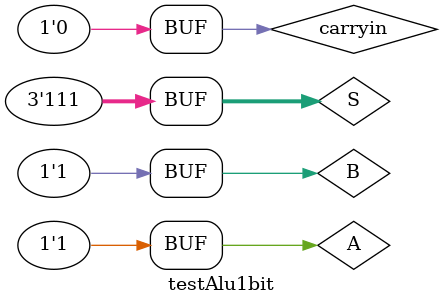
<source format=v>
`timescale 1 ns / 1 ps
`include "alu.v"

module testAlu1bit();

  reg A, B, carryin;
  reg[2:0] S;

  wire out, carryout, overflow;

  ALU_last alu (out, overflow, carryout, A, B, carryin, S);

  initial begin
    $dumpvars();
    // Addition. Counts from 0 up.
    S=0; carryin=0; A=0; B=0; #100
    if (out !== 0) $display("Addition 0 result failed.");
    if (carryout !== 0) $display("Addition 0 carryout failed");
    if (overflow !== 0) $display("Additition 0 overflow failed.");
    S=0; carryin=0; A=1; B=0; #100
    if (out !== 1) $display("Addition 1 result failed.");
    if (carryout !== 0) $display("Addition 1 carryout failed.");
    if (overflow !== 0) $display("Addition 1 overflow failed.");
    S=0; carryin=0; A=0; B=1; #100
    if (out !== 1) $display("Addition 2 result failed.");
    if (carryout !== 0) $display("Addition 2 carryout failed.");
    if (overflow !== 0) $display("Addition 2 overflow failed.");
    S=0; carryin=0; A=1; B=1; #100
    if (out !== 0) $display("Addition 3 result failed.");
    if (carryout !== 1) $display("Addition 3 carryout failed.");
    if (overflow !== 1) $display("Addition 3 overflow failed.");
    S=0; carryin=1; A=0; B=0; #100
    if (out !== 1) $display("Addition 4 result failed.");
    if (carryout !== 0) $display("Addition 4 carryout failed.");
    if (overflow !== 1) $display("Addition 4 overflow failed.");
    S=0; carryin=1; A=1; B=0; #100
    if (out !== 0) $display("Addition 5 result failed.");
    if (carryout !== 1) $display("Addition 5 carryout failed.");
    if (overflow !== 1) $display("Addition 5 overflow failed.");
    S=0; carryin=1; A=0; B=1; #100
    if (out !== 0) $display("Addition 6 result failed.");
    if (carryout !== 1) $display("Addition 6 carryout failed.");
    if (overflow !== 0) $display("Addition 6 overflow failed.");
    S=0; carryin=1; A=1; B=1; #100
    if (out !== 1) $display("Addition 7 result failed.");
    if (carryout !== 1) $display("Addition 7 carryout failed.");
    if (overflow !== 0) $display("Addition 7 overflow failed.");

    // Subtraction.
    S=1; carryin=0; A=0; B=0; #100
    if (out !== 1) $display("Subtraction 0 result failed.");
    if (carryout !== 0) $display("Subtraction 0 carryout failed");
    if (overflow !== 0) $display("Subtracttion 0 overflow failed.");
    S=1; carryin=0; A=1; B=0; #100
    if (out !== 0) $display("Subtraction 1 result failed.");
    if (carryout !== 1) $display("Subtraction 1 carryout failed.");
    if (overflow !== 1) $display("Subtraction 1 overflow failed.");
    S=1; carryin=0; A=0; B=1; #100
    if (out !== 0) $display("Subtraction 2 result failed.");
    if (carryout !== 0) $display("Subtraction 2 carryout failed.");
    if (overflow !== 0) $display("Subtaction 2 overflow failed.");
    S=1; carryin=0; A=1; B=1; #100
    if (out !== 1) $display("Subtraction 3 result failed.");
    if (carryout !== 0) $display("Subtraction 3 carryout failed.");
    if (overflow !== 0) $display("Subtraction 3 overflow failed.");
    S=1; carryin=1; A=0; B=0; #100
    if (out !== 0) $display("Subtraction 4 result failed.");
    if (carryout !== 1) $display("Subtraction 4 carryout failed.");
    if (overflow !== 0) $display("Subtraction 4 overflow failed.");
    S=1; carryin=1; A=1; B=0; #100
    if (out !== 1) $display("Subtraction 5 result failed.");
    if (carryout !== 1) $display("Subtraction 5 carryout failed.");
    if (overflow !== 0) $display("Subtraction 5 overflow failed.");
    S=1; carryin=1; A=0; B=1; #100
    if (out !== 1) $display("Subtraction 6 result failed.");
    if (carryout !== 0) $display("Subtraction 6 carryout failed.");
    if (overflow !== 1) $display("Subtraction 6 overflow failed.");
    S=1; carryin=1; A=1; B=1; #100
    if (out !== 0) $display("Subtraction 7 result failed.");
    if (carryout !== 1) $display("Subtraction 7 carryout failed.");
    if (overflow !== 1) $display("Subtaction 7 overflow failed.");

    S=2; carryin=0; A=0; B=0; #100
    if (out !== 0) $display("XOR 0 result failed.");
    S=2; carryin=0; A=0; B=1; #100
    if (out !== 1) $display("XOR 1 result failed.");
    S=2; carryin=0; A=1; B=0; #100
    if (out !== 1) $display("XOR 2 result failed.");
    S=2; carryin=0; A=1; B=1; #100
    if (out !== 0) $display("XOR 3 result failed.");

    // Skip SLT in this case.
    
    // AND
    S=4; carryin=0; A=0; B=0; #100
    if (out !== 0) $display("AND 0 result failed.");
    S=4; carryin=0; A=1; B=0; #100
    if (out !== 0) $display("AND 1 result failed.");
    S=4; carryin=0; A=0; B=1; #100
    if (out !== 0) $display("AND 2 result failed.");
    S=4; carryin=0; A=1; B=1; #100
    if (out !== 1) $display("AND 3 result failed.");

    // NAND
    S=5; carryin=0; A=0; B=0; #100
    if (out !== 1) $display("NAND 0 result failed.");
    S=5; carryin=0; A=1; B=0; #100
    if (out !== 1) $display("NAND 1 result failed.");
    S=5; carryin=0; A=0; B=1; #100
    if (out !== 1) $display("NAND 2 result failed.");
    S=5; carryin=0; A=1; B=1; #100
    if (out !== 0) $display("NAND 3 result failed.");
    
    // NOR
    S=6; carryin=0; A=0; B=0; #100
    if (out !== 1) $display("NOR 0 result failed.");
    S=6; carryin=0; A=1; B=0; #100
    if (out !== 0) $display("NOR 1 result failed.");
    S=6; carryin=0; A=0; B=1; #100
    if (out !== 0) $display("NOR 2 result failed.");
    S=6; carryin=0; A=1; B=1; #100
    if (out !== 0) $display("NOR 3 result failed.");

    // OR
    S=7; carryin=0; A=0; B=0; #100
    if (out !== 0) $display("OR 0 result failed.");
    S=7; carryin=0; A=1; B=0; #100
    if (out !== 1) $display("OR 1 result failed.");
    S=7; carryin=0; A=0; B=1; #100
    if (out !== 1) $display("OR 2 result failed.");
    S=7; carryin=0; A=1; B=1; #100
    if (out !== 1) $display("OR 3 result failed.");

    end

endmodule

</source>
